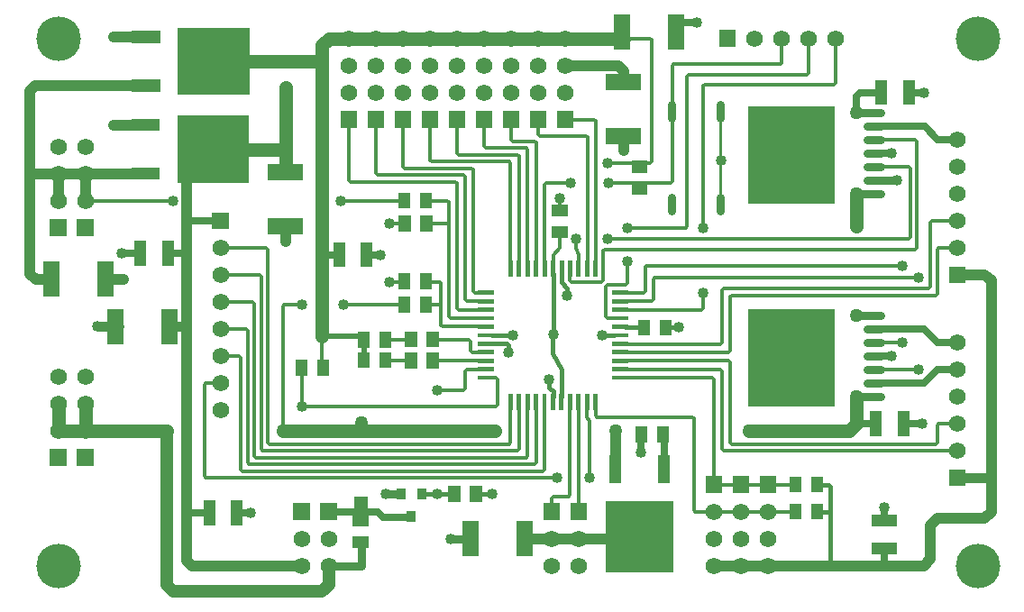
<source format=gbr>
G04 start of page 2 for group 0 idx 0 *
G04 Title: (unknown), component *
G04 Creator: pcb 20110918 *
G04 CreationDate: Sun 30 Sep 2012 06:14:18 PM GMT UTC *
G04 For: ggallant *
G04 Format: Gerber/RS-274X *
G04 PCB-Dimensions: 372500 225000 *
G04 PCB-Coordinate-Origin: lower left *
%MOIN*%
%FSLAX25Y25*%
%LNTOP*%
%ADD34C,0.0380*%
%ADD33C,0.1250*%
%ADD32C,0.1650*%
%ADD31R,0.0340X0.0340*%
%ADD30R,0.0600X0.0600*%
%ADD29R,0.3200X0.3200*%
%ADD28R,0.0430X0.0430*%
%ADD27R,0.0160X0.0160*%
%ADD26R,0.2480X0.2480*%
%ADD25R,0.0440X0.0440*%
%ADD24R,0.0450X0.0450*%
%ADD23C,0.0700*%
%ADD22C,0.0620*%
%ADD21C,0.0001*%
%ADD20C,0.0100*%
%ADD19C,0.0350*%
%ADD18C,0.0200*%
%ADD17C,0.0450*%
%ADD16C,0.0300*%
%ADD15C,0.0150*%
%ADD14C,0.0250*%
%ADD13C,0.0120*%
%ADD12C,0.0400*%
%ADD11C,0.0500*%
G54D11*X112500Y201500D02*X83500D01*
G54D12*X4500Y190500D02*X6500Y192500D01*
X35500Y178000D02*X44600D01*
X6500Y192500D02*X44100D01*
G54D11*X99000Y192000D02*Y169000D01*
X84500D02*X99000D01*
Y161000D02*Y169000D01*
G54D13*X142500Y162600D02*Y180000D01*
X152500Y165000D02*Y180000D01*
X143100Y162000D02*X142500Y162600D01*
X153000Y164500D02*X152500Y165000D01*
X122500Y157600D02*Y180000D01*
X133100Y159500D02*X132500Y160100D01*
Y180000D01*
X123100Y157000D02*X122500Y157600D01*
G54D12*X13000Y121000D02*X6900D01*
X4500Y123000D01*
Y190500D01*
G54D14*X38500Y130500D02*X45000D01*
G54D13*X75000Y132500D02*X91900D01*
G54D14*X62500Y130500D02*X55500D01*
G54D13*X89400Y122500D02*X90000Y121900D01*
X91900Y132500D02*X92500Y131900D01*
G54D12*X99000Y140500D02*Y135000D01*
G54D14*X75000Y142500D02*X62500D01*
G54D13*X57500Y150000D02*X25500D01*
G54D12*X43000Y160000D02*X5500D01*
X15000D02*Y150000D01*
X25000Y160000D02*Y150000D01*
G54D13*X256900Y84500D02*X224900D01*
X198100Y40500D02*X197500Y39900D01*
X204300Y41100D02*X203700Y40500D01*
X198100D01*
G54D12*X188000Y25000D02*X232500D01*
G54D15*X198000Y77500D02*Y79500D01*
G54D13*X213700Y70600D02*X214300Y70000D01*
X213700Y73300D02*Y70600D01*
X210600Y69700D02*Y73300D01*
X214300Y70000D02*X249400D01*
X211500Y47500D02*Y68500D01*
G54D14*X230500Y62600D02*Y57000D01*
G54D12*X221000Y65000D02*Y51500D01*
G54D13*X207400Y73300D02*Y34900D01*
X204300Y73300D02*Y41100D01*
X105000Y74000D02*X176900D01*
X211500Y68500D02*X210600Y69700D01*
G54D11*X98000Y65000D02*X176500D01*
G54D13*X93100Y60000D02*X181600D01*
X184800Y57500D02*X90600D01*
X88100Y55000D02*X188000D01*
X87500Y55600D02*X88100Y55000D01*
X155000Y80000D02*X164900D01*
X69600Y47500D02*X199500D01*
X194200Y50000D02*X83100D01*
X85600Y52500D02*X191000D01*
X194800Y50600D02*X194200Y50000D01*
X69000Y48100D02*X69600Y47500D01*
X191700Y53100D02*X191100Y52500D01*
X188600Y55600D02*X188000Y55000D01*
X185400Y58100D02*X184800Y57500D01*
X167500Y97900D02*Y94500D01*
X135000Y98400D02*X145500D01*
X167500Y94500D02*X168100Y93900D01*
X153000Y90800D02*X171100D01*
X153100Y98500D02*X166900D01*
X168100Y93900D02*X171100D01*
G54D15*X198000Y122700D02*Y100500D01*
X197900Y93600D02*Y100200D01*
G54D13*X216500Y120600D02*Y131400D01*
G54D15*X220500Y100200D02*X216100D01*
G54D13*X217500Y118200D02*X218100Y118800D01*
X216500Y120600D02*X215900Y120000D01*
X217500Y107100D02*Y118200D01*
G54D15*X181400Y96600D02*Y93900D01*
G54D13*X171100Y106500D02*X160100D01*
X159500Y107100D01*
X171100Y109600D02*X163100D01*
X162500Y110200D01*
X156500Y104000D02*X157100Y103400D01*
X171000D01*
X198000Y127100D02*Y129800D01*
X206500Y132500D02*Y136000D01*
X200500Y132600D02*Y138600D01*
X198000Y129800D02*X200500Y132600D01*
Y151000D02*Y146400D01*
X185400Y127100D02*Y166400D01*
X193100Y174000D02*X192500Y174600D01*
G54D15*X175500Y100200D02*X183500D01*
G54D13*X191700Y171400D02*X191100Y172000D01*
X192500Y174600D02*Y180000D01*
X233900Y164000D02*X218000D01*
X235000Y120900D02*X235600Y121500D01*
X159500Y141500D02*X151000D01*
X184800Y167000D02*X163000D01*
X165500Y158900D02*X164900Y159500D01*
X137500Y141500D02*X144000D01*
X156500Y111500D02*X151500D01*
X159500Y107100D02*Y149400D01*
X162500Y110200D02*Y156400D01*
X164900Y159500D02*X133100D01*
X234500Y164600D02*X233900Y164000D01*
X185400Y73300D02*Y58100D01*
X197500Y39900D02*Y35000D01*
X194800Y73300D02*Y50600D01*
X188600Y72700D02*Y55600D01*
X191700Y73300D02*Y53100D01*
X177500Y74600D02*X176900Y74000D01*
X177500Y83900D02*Y74600D01*
X175500Y84500D02*X176900D01*
X177500Y83900D01*
X182300Y60600D02*X181700Y60000D01*
X182300Y73300D02*Y60600D01*
X165500Y87000D02*X166100Y87600D01*
X165500Y80600D02*Y87000D01*
X164900Y80000D02*X165500Y80600D01*
X166100Y87600D02*X171000D01*
G54D16*X168000Y25000D02*X160000D01*
G54D15*X155000Y41500D02*X161000D01*
X175500D02*X169500D01*
X198000Y79500D02*X196500Y81000D01*
Y84000D01*
X201100Y87400D02*Y77600D01*
X197900Y93600D02*X201100Y87400D01*
G54D16*X127000Y15000D02*Y23500D01*
G54D14*X134500Y33500D02*X133000Y35000D01*
G54D17*X115000Y8000D02*Y15000D01*
G54D14*X133500Y34500D02*X134500Y33500D01*
X133000Y35000D02*X115000D01*
G54D16*Y15000D02*X127000D01*
G54D17*X112500Y5500D02*X57500D01*
X55000Y8000D01*
X115000D02*X112500Y5500D01*
G54D12*X105000Y15000D02*X64500D01*
X62500Y17000D01*
G54D14*X86000Y34500D02*X81000D01*
G54D11*X55000Y65000D02*X15000D01*
G54D13*X69000Y81900D02*Y48100D01*
G54D14*X62500Y34500D02*X70500D01*
G54D11*X25000Y75000D02*Y65000D01*
X15000Y75000D02*Y65000D01*
G54D13*X75000Y102500D02*X84400D01*
X75000Y122500D02*X89400D01*
X81900Y92500D02*X82500Y91900D01*
X75000Y112500D02*X86900D01*
X137500Y120000D02*X142500D01*
X119000Y111500D02*X142200D01*
G54D14*X112500Y130000D02*X119000D01*
X134000D02*X130000D01*
G54D12*X39000Y121000D02*X33000D01*
G54D13*X156500Y119500D02*X156000Y120000D01*
X156500Y119500D02*Y104000D01*
X145600Y90800D02*X134600D01*
G54D18*X128000Y90850D02*Y100000D01*
G54D13*X156000Y120000D02*X151500D01*
G54D14*X144600Y33000D02*X135000D01*
G54D16*X136000Y41500D02*X141500D01*
G54D15*X155000D02*X149000D01*
G54D13*X98000Y65000D02*Y111000D01*
X98500Y111500D01*
X105000Y74000D02*Y88500D01*
X98500Y111500D02*X105000D01*
X112500Y100000D02*Y88500D01*
G54D19*X60500Y103500D02*X55000D01*
G54D18*X128000Y100000D02*X112500D01*
G54D19*X37500Y103500D02*X29500D01*
G54D13*X85000Y101900D02*Y53100D01*
X90000Y58100D02*Y121900D01*
X92500Y131900D02*Y60600D01*
X87500Y111900D02*Y55600D01*
X90600Y57500D02*X90000Y58100D01*
X92500Y60600D02*X93100Y60000D01*
G54D14*X135000Y33000D02*X133500Y34500D01*
G54D12*X62500Y158000D02*Y17000D01*
G54D13*X75000Y82500D02*X69600D01*
X75000Y92500D02*X81900D01*
X69600Y82500D02*X69000Y81900D01*
G54D17*X55000Y8000D02*Y65000D01*
G54D13*X119500Y150000D02*X143000D01*
G54D11*X112500Y207500D02*Y100000D01*
G54D13*X84400Y102500D02*X85000Y101900D01*
X86900Y112500D02*X87500Y111900D01*
G54D11*X115000Y210000D02*X112500Y207500D01*
G54D12*X35500Y210500D02*X44600D01*
G54D11*X224000Y210000D02*X115000D01*
G54D13*X151500Y150000D02*X158900D01*
X159500Y149400D01*
X163000Y167000D02*X162500Y167500D01*
Y180000D01*
X234500Y209400D02*Y164600D01*
X181700Y164500D02*X153000D01*
X167900Y162000D02*X143100D01*
X162500Y156400D02*X161900Y157000D01*
X123100D01*
X83100Y50000D02*X82500Y50600D01*
Y91900D01*
X85000Y53100D02*X85600Y52500D01*
X263500Y60600D02*Y90200D01*
X259900Y87600D02*X260500Y87000D01*
X262900Y90800D02*X263500Y90200D01*
X260500Y87000D02*Y58100D01*
G54D14*X239000Y62600D02*Y50900D01*
G54D13*X260500Y58100D02*X261100Y57500D01*
X257500Y45000D02*Y83900D01*
X250000Y69400D02*Y35600D01*
X250600Y35000D02*X287500D01*
X250000Y35600D02*X250600Y35000D01*
G54D15*X299800Y45000D02*X297500D01*
X300500Y44300D02*X299800Y45000D01*
X300500Y44300D02*Y15000D01*
G54D14*X320500Y36500D02*Y33500D01*
G54D12*X335000Y15000D02*X257000D01*
G54D15*X297500Y35000D02*X300500D01*
G54D14*X320500Y15000D02*Y22000D01*
G54D12*X337500Y17500D02*X335000Y15000D01*
X337500Y30000D02*Y17500D01*
X357500Y32500D02*X360000Y35000D01*
X340000Y32500D02*X357500D01*
X340000D02*X337500Y30000D01*
G54D13*X249400Y70000D02*X250000Y69400D01*
X252900Y109600D02*X253500Y110200D01*
Y116000D01*
G54D11*X307500Y65000D02*X270500D01*
G54D13*X257500Y45000D02*X288000D01*
X263500Y60600D02*X264100Y60000D01*
X257500Y83900D02*X256900Y84500D01*
X261100Y57500D02*X347500D01*
X264100Y60000D02*X339400D01*
G54D19*X347500Y47500D02*X360000D01*
G54D12*Y35000D02*Y120500D01*
X357500Y122500D01*
G54D13*X339400Y60000D02*X340000Y60600D01*
Y66900D01*
X340600Y67500D01*
X327000Y97500D02*X317000D01*
G54D14*X340000Y87500D02*X335000Y82500D01*
X318000D01*
X335000Y102500D02*X317500D01*
G54D16*X310000Y107500D02*X315000D01*
G54D11*X310000Y77000D02*Y67500D01*
G54D13*X340600D02*X347500D01*
G54D16*X313500Y77500D02*X310000D01*
G54D11*Y67500D02*X307500Y65000D01*
G54D14*X312600Y67500D02*X317500D01*
G54D13*X204300Y120600D02*X204900Y120000D01*
X204300Y122700D02*Y120600D01*
X216500Y131400D02*X217100Y132000D01*
X207400Y127100D02*Y129800D01*
X204900Y120000D02*X215900D01*
X210700Y173400D02*Y127300D01*
X218100Y106500D02*X217500Y107100D01*
X232000Y125400D02*X232600Y126000D01*
X231400Y116000D02*X225000D01*
X220500Y106500D02*X218100D01*
X234400Y112800D02*X225000D01*
X235000Y113400D02*Y120900D01*
X218100Y118800D02*X224900D01*
X247500Y140500D02*X247000Y140000D01*
X225500D01*
X207400Y129800D02*X206500Y132500D01*
X232000Y116500D02*Y125400D01*
X233900Y210000D02*X234500Y209400D01*
X193100Y174000D02*X210100D01*
G54D12*X224000Y198000D02*X222000Y200000D01*
X224000Y193500D02*Y198000D01*
X222000Y200000D02*X203500D01*
G54D13*X202500Y180000D02*X213100D01*
X213700Y179400D02*Y127300D01*
X194800Y127200D02*Y155900D01*
G54D15*X203100Y117400D02*X201200Y120000D01*
G54D13*X194800Y155900D02*X195400Y156500D01*
X210100Y174000D02*X210700Y173400D01*
G54D12*X224000Y168500D02*Y175000D01*
G54D13*X213100Y180000D02*X213700Y179400D01*
X254100Y193000D02*X253500Y192400D01*
X301900Y193000D02*X254100D01*
X291900Y196500D02*X248100D01*
X282000Y200500D02*X282500Y201000D01*
X248100Y196500D02*X247500Y195900D01*
X241400Y156500D02*X218500D01*
X247500Y195900D02*Y140500D01*
X241400Y156500D02*X242000Y157100D01*
X253500Y192400D02*Y140000D01*
G54D20*X259900Y180500D02*Y151100D01*
G54D14*X251000Y216000D02*X243000D01*
G54D13*X165500Y113400D02*Y158900D01*
X173100Y169500D02*X172500Y170100D01*
X168500Y116500D02*Y161400D01*
X169100Y115900D02*X168500Y116500D01*
Y161400D02*X167900Y162000D01*
X195400Y156500D02*X204500D01*
X191700Y127100D02*Y171400D01*
G54D15*X201200Y122600D02*Y120000D01*
X203100Y115100D02*Y117400D01*
X180700Y97100D02*X181400Y96600D01*
G54D13*X171100Y112800D02*X166100D01*
X165500Y113400D01*
X171100Y115900D02*X169100D01*
G54D15*X175500Y97100D02*X180700D01*
G54D13*X166900Y98500D02*X167500Y97900D01*
X188600Y127600D02*Y168900D01*
X182300Y163900D02*X181700Y164500D01*
X182300Y127600D02*Y163900D01*
X172500Y170100D02*Y180000D01*
X188000Y169500D02*X173100D01*
X188600Y168900D02*X188000Y169500D01*
X185400Y166400D02*X184800Y167000D01*
X183100Y172000D02*X182500Y172600D01*
Y180000D01*
X191100Y172000D02*X183100D01*
X224900Y94000D02*X262900D01*
X224900Y97000D02*X259900D01*
X225000Y109600D02*X252900D01*
G54D14*X317300Y92500D02*X323000D01*
G54D13*X333000Y87500D02*X317000D01*
G54D14*X340000Y97500D02*X335000Y102500D01*
G54D13*X264000Y115000D02*X339400D01*
X231400Y116000D02*X232000Y116500D01*
X263500Y94600D02*Y114500D01*
X234400Y112800D02*X235000Y113400D01*
X263500Y114500D02*X264000Y115000D01*
X259900Y97000D02*X260500Y97600D01*
G54D15*X243900Y103300D02*X239300D01*
G54D13*X262900Y94000D02*X263500Y94600D01*
X340000Y115600D02*X339400Y115000D01*
G54D14*X310000Y182500D02*Y188500D01*
G54D16*Y182500D02*X314500D01*
G54D14*X311500Y190000D02*X318500D01*
G54D13*X302500Y193600D02*Y210000D01*
Y193600D02*X301900Y193000D01*
G54D14*X310000Y188500D02*X311500Y190000D01*
G54D13*X292500Y210000D02*Y197100D01*
X282500Y210000D02*Y201000D01*
X225500Y210000D02*X233900D01*
X292500Y197100D02*X291900Y196500D01*
X242000Y157100D02*Y199900D01*
X242600Y200500D01*
X282000D01*
G54D16*X309900Y152500D02*X314400D01*
G54D13*X331900Y132000D02*X217100D01*
X232600Y126000D02*X327000D01*
X235600Y121500D02*X333000D01*
X218000Y136000D02*X329400D01*
X224900Y87600D02*X259900D01*
X224900Y90800D02*X262900D01*
X224900Y118800D02*X225500Y119400D01*
G54D15*X224900Y103300D02*X231500D01*
G54D13*X225500Y119400D02*Y127500D01*
X331900Y132000D02*X332500Y132600D01*
G54D14*X347500Y172500D02*X340000D01*
X335500Y177500D01*
G54D13*X332500Y171900D02*X331900Y172500D01*
X330000Y136600D02*X329400Y136000D01*
X332500Y132600D02*Y171900D01*
X330000Y161900D02*Y136600D01*
Y161900D02*X329400Y162500D01*
X337500Y118100D02*Y141900D01*
X340000Y131900D02*X340600Y132500D01*
X340000Y131900D02*Y115600D01*
X337500Y141900D02*X338100Y142500D01*
X347500D01*
X340600Y132500D02*X347500D01*
G54D12*Y122500D02*X357500D01*
G54D16*X317300Y157500D02*X325000D01*
G54D13*X329400Y162500D02*X317500D01*
X331900Y172500D02*X317000D01*
G54D11*X310000Y151900D02*Y140500D01*
G54D14*X317300Y167500D02*X323000D01*
X335500Y177500D02*X317500D01*
X329500Y190000D02*X335000D01*
X327600Y67500D02*X334500D01*
G54D13*X336900Y117500D02*X337500Y118100D01*
X261000Y117500D02*X336900D01*
X260500Y97600D02*Y117000D01*
X261000Y117500D01*
G54D14*X347500Y87500D02*X340000D01*
X348000Y97500D02*X340000D01*
G54D21*G36*
X344400Y50600D02*Y44400D01*
X350600D01*
Y50600D01*
X344400D01*
G37*
G54D22*X347500Y57500D03*
Y67500D03*
Y77500D03*
Y87500D03*
Y97500D03*
G54D21*G36*
X264400Y48100D02*Y41900D01*
X270600D01*
Y48100D01*
X264400D01*
G37*
G36*
X274400D02*Y41900D01*
X280600D01*
Y48100D01*
X274400D01*
G37*
G54D22*X277500Y35000D03*
X267500D03*
Y25000D03*
Y15000D03*
X277500Y25000D03*
Y15000D03*
G54D21*G36*
X254400Y48100D02*Y41900D01*
X260600D01*
Y48100D01*
X254400D01*
G37*
G54D22*X257500Y35000D03*
Y25000D03*
Y15000D03*
G54D21*G36*
X344400Y125600D02*Y119400D01*
X350600D01*
Y125600D01*
X344400D01*
G37*
G54D22*X347500Y132500D03*
Y142500D03*
Y152500D03*
Y162500D03*
Y172500D03*
G54D21*G36*
X259400Y213100D02*Y206900D01*
X265600D01*
Y213100D01*
X259400D01*
G37*
G54D22*X272500Y210000D03*
X282500D03*
X292500D03*
X302500D03*
G54D23*X63500Y192500D03*
X72500D03*
X81500D03*
X63500Y201500D03*
X72500D03*
X81500D03*
X63500Y210500D03*
X72500D03*
X81500D03*
X63300Y178000D03*
X72300D03*
X81300D03*
G54D22*X75000Y82500D03*
Y72500D03*
G54D21*G36*
X21900Y58100D02*Y51900D01*
X28100D01*
Y58100D01*
X21900D01*
G37*
G36*
X11900D02*Y51900D01*
X18100D01*
Y58100D01*
X11900D01*
G37*
G54D22*X25000Y65000D03*
X15000D03*
Y75000D03*
Y85000D03*
X75000Y122500D03*
Y112500D03*
Y102500D03*
Y92500D03*
X25000Y75000D03*
Y85000D03*
G54D21*G36*
X71900Y145600D02*Y139400D01*
X78100D01*
Y145600D01*
X71900D01*
G37*
G54D22*X75000Y132500D03*
G54D23*X63300Y160000D03*
X72300D03*
X81300D03*
Y169000D03*
X63300D03*
X72300D03*
G54D21*G36*
X21900Y143100D02*Y136900D01*
X28100D01*
Y143100D01*
X21900D01*
G37*
G54D22*X25000Y150000D03*
G54D21*G36*
X11900Y143100D02*Y136900D01*
X18100D01*
Y143100D01*
X11900D01*
G37*
G54D22*X15000Y150000D03*
X25000Y160000D03*
Y170000D03*
X15000Y160000D03*
Y170000D03*
G54D21*G36*
X111900Y38100D02*Y31900D01*
X118100D01*
Y38100D01*
X111900D01*
G37*
G36*
X124500Y40500D02*Y35500D01*
X129500D01*
Y40500D01*
X124500D01*
G37*
G54D11*X127000Y68000D03*
G54D22*X115000Y25000D03*
G54D21*G36*
X101900Y38100D02*Y31900D01*
X108100D01*
Y38100D01*
X101900D01*
G37*
G54D22*X105000Y25000D03*
X115000Y15000D03*
X105000D03*
G54D21*G36*
X204400Y38100D02*Y31900D01*
X210600D01*
Y38100D01*
X204400D01*
G37*
G54D23*X221000Y34800D03*
X230000D03*
X239000D03*
G54D21*G36*
X194400Y38100D02*Y31900D01*
X200600D01*
Y38100D01*
X194400D01*
G37*
G54D22*X207500Y25000D03*
G54D23*X221000Y25800D03*
X230000D03*
X239000D03*
G54D22*X197500Y25000D03*
X207500Y15000D03*
G54D23*X221000Y16800D03*
X230000D03*
X239000D03*
G54D22*X197500Y15000D03*
G54D21*G36*
X119400Y183100D02*Y176900D01*
X125600D01*
Y183100D01*
X119400D01*
G37*
G36*
X129400D02*Y176900D01*
X135600D01*
Y183100D01*
X129400D01*
G37*
G54D22*X132500Y190000D03*
X122500D03*
Y200000D03*
Y210000D03*
X132500Y200000D03*
Y210000D03*
X152500Y200000D03*
Y210000D03*
X142500Y200000D03*
Y210000D03*
X162500Y200000D03*
Y210000D03*
G54D21*G36*
X149400Y183100D02*Y176900D01*
X155600D01*
Y183100D01*
X149400D01*
G37*
G54D22*X152500Y190000D03*
G54D21*G36*
X139400Y183100D02*Y176900D01*
X145600D01*
Y183100D01*
X139400D01*
G37*
G54D22*X142500Y190000D03*
G54D21*G36*
X159400Y183100D02*Y176900D01*
X165600D01*
Y183100D01*
X159400D01*
G37*
G36*
X179400D02*Y176900D01*
X185600D01*
Y183100D01*
X179400D01*
G37*
G36*
X189400D02*Y176900D01*
X195600D01*
Y183100D01*
X189400D01*
G37*
G54D22*X162500Y190000D03*
X172500D03*
G54D21*G36*
X169400Y183100D02*Y176900D01*
X175600D01*
Y183100D01*
X169400D01*
G37*
G54D22*X172500Y200000D03*
Y210000D03*
X182500Y190000D03*
Y200000D03*
Y210000D03*
X192500Y190000D03*
Y200000D03*
Y210000D03*
G54D21*G36*
X199400Y183100D02*Y176900D01*
X205600D01*
Y183100D01*
X199400D01*
G37*
G54D22*X202500Y190000D03*
Y200000D03*
Y210000D03*
G54D24*X230600Y64200D02*Y62800D01*
X238600Y64200D02*Y62800D01*
G54D25*X239000Y53800D02*Y47800D01*
X221000Y53800D02*Y47800D01*
G54D26*X230000Y26600D02*Y25000D01*
G54D24*X295600Y45700D02*Y44300D01*
X231600Y103700D02*Y102300D01*
X239600Y103700D02*Y102300D01*
G54D27*X220500Y84500D02*X224900D01*
X220500Y87600D02*X224900D01*
X220500Y90800D02*X224900D01*
X220500Y93900D02*X224900D01*
X220500Y97000D02*X224900D01*
X220500Y100200D02*X224900D01*
X220500Y103300D02*X224900D01*
X220500Y106500D02*X224900D01*
X220500Y109600D02*X224900D01*
X191700Y77700D02*Y73300D01*
X194800Y77700D02*Y73300D01*
X198000Y77700D02*Y73300D01*
X201100Y77700D02*Y73300D01*
X204300Y77700D02*Y73300D01*
X207400Y77700D02*Y73300D01*
X210600Y77700D02*Y73300D01*
X213700Y77700D02*Y73300D01*
G54D24*X145500Y99400D02*Y98000D01*
X153500Y99400D02*Y98000D01*
X145500Y91500D02*Y90100D01*
X153500Y91500D02*Y90100D01*
X135900Y99200D02*Y97800D01*
X127900Y99200D02*Y97800D01*
X135900Y91700D02*Y90300D01*
X127900Y91700D02*Y90300D01*
X105000Y89000D02*Y87600D01*
X113000Y89000D02*Y87600D01*
G54D28*X317400Y69900D02*Y65100D01*
X327600Y69900D02*Y65100D01*
X318100Y21400D02*X322900D01*
X318100Y31600D02*X322900D01*
G54D16*X314000Y77500D02*X319000D01*
X314000Y82500D02*X319000D01*
X314000Y87500D02*X319000D01*
X314000Y92500D02*X319000D01*
X314000Y97500D02*X319000D01*
X314000Y102500D02*X319000D01*
X314000Y107500D02*X319000D01*
G54D29*X286000Y94000D02*Y90000D01*
G54D24*X287600Y45700D02*Y44300D01*
Y35700D02*Y34300D01*
X295600Y35700D02*Y34300D01*
G54D30*X187500Y28500D02*Y21500D01*
X167500Y28500D02*Y21500D01*
G54D28*X70900Y36900D02*Y32100D01*
X81100Y36900D02*Y32100D01*
G54D24*X126100Y23700D02*X127500D01*
X126100Y31700D02*X127500D01*
X169400Y42200D02*Y40800D01*
X161400Y42200D02*Y40800D01*
G54D31*X149500Y41800D02*Y41200D01*
X141700Y41800D02*Y41200D01*
X145600Y33600D02*Y33000D01*
G54D30*X223500Y216000D02*Y209000D01*
X220500Y194000D02*X227500D01*
X220500Y174000D02*X227500D01*
G54D24*X229300Y154600D02*X230700D01*
X229300Y162600D02*X230700D01*
G54D27*X220500Y112800D02*X224900D01*
X220500Y115900D02*X224900D01*
X213700Y127100D02*Y122700D01*
X210600Y127100D02*Y122700D01*
X207400Y127100D02*Y122700D01*
X204300Y127100D02*Y122700D01*
X201200Y127100D02*Y122700D01*
G54D16*X259900Y185500D02*Y180500D01*
X241900Y185500D02*Y180500D01*
Y151100D02*Y146100D01*
X259900Y151100D02*Y146100D01*
G54D30*X243500Y216000D02*Y209000D01*
G54D28*X319400Y192400D02*Y187600D01*
X329600Y192400D02*Y187600D01*
G54D16*X314000Y152500D02*X319000D01*
X314000Y157500D02*X319000D01*
X314000Y162500D02*X319000D01*
X314000Y167500D02*X319000D01*
X314000Y172500D02*X319000D01*
X314000Y177500D02*X319000D01*
X314000Y182500D02*X319000D01*
G54D29*X286000Y169000D02*Y165000D01*
G54D24*X143100Y142200D02*Y140800D01*
X151100Y142200D02*Y140800D01*
X199800Y138400D02*X201200D01*
X150900Y150700D02*Y149300D01*
X142900Y150700D02*Y149300D01*
X199800Y146400D02*X201200D01*
G54D27*X198000Y127100D02*Y122700D01*
X194900Y127100D02*Y122700D01*
X191700Y127100D02*Y122700D01*
X188600Y127100D02*Y122700D01*
X185400Y127100D02*Y122700D01*
X182300Y127100D02*Y122700D01*
X171100Y115900D02*X175500D01*
G54D24*X142900Y120900D02*Y119500D01*
G54D28*X118900Y132400D02*Y127600D01*
X129100Y132400D02*Y127600D01*
G54D24*X150900Y120900D02*Y119500D01*
Y112200D02*Y110800D01*
X142900Y112200D02*Y110800D01*
G54D27*X171100Y112800D02*X175500D01*
X171100Y109600D02*X175500D01*
X171100Y106500D02*X175500D01*
X171100Y103400D02*X175500D01*
X171100Y100200D02*X175500D01*
X171100Y97100D02*X175500D01*
X171100Y93900D02*X175500D01*
X171100Y90800D02*X175500D01*
X171100Y87600D02*X175500D01*
X171100Y84500D02*X175500D01*
X182300Y77700D02*Y73300D01*
X185400Y77700D02*Y73300D01*
X188600Y77700D02*Y73300D01*
G54D25*X44500Y210500D02*X50500D01*
X44500Y192500D02*X50500D01*
G54D26*X71700Y201500D02*X73300D01*
G54D25*X44300Y178000D02*X50300D01*
X44300Y160000D02*X50300D01*
G54D30*X95500Y160500D02*X102500D01*
X95500Y140500D02*X102500D01*
G54D26*X71500Y169000D02*X73100D01*
G54D30*X56000Y107000D02*Y100000D01*
X36000Y107000D02*Y100000D01*
G54D28*X55600Y132900D02*Y128100D01*
X45400Y132900D02*Y128100D01*
G54D30*X12500Y124500D02*Y117500D01*
X32500Y124500D02*Y117500D01*
G54D32*X15000Y210000D03*
G54D12*X40000Y178000D03*
Y210500D03*
X35500Y178000D03*
Y210500D03*
X57500Y150000D03*
X99000Y187000D03*
Y192000D03*
G54D32*X355000Y210000D03*
G54D12*X335000Y190000D03*
G54D32*X355000Y15000D03*
G54D11*X310000Y77500D03*
G54D12*X320500Y15000D03*
Y36500D03*
X334500Y67500D03*
G54D11*X310000Y107500D03*
G54D12*X225500Y127500D03*
X253500Y116000D03*
X244400Y103300D03*
X253500Y140000D03*
X225500D03*
X206500Y136000D03*
X218000D03*
G54D11*X176500Y65000D03*
G54D12*X155000Y80000D03*
X199500Y47500D03*
X155000Y41500D03*
X160000Y25000D03*
X175500Y41500D03*
X198000Y100500D03*
X196500Y84000D03*
X216100Y100200D03*
X181500Y93900D03*
X203000Y115000D03*
X183300Y100300D03*
X218000Y164000D03*
X218500Y156500D03*
X204500D03*
X260000Y165000D03*
X200500Y151000D03*
X224000Y168500D03*
G54D11*X221000Y65000D03*
X270500D03*
G54D12*X211500Y47500D03*
X230500Y57000D03*
X282500Y80000D03*
X292500D03*
G54D32*X15000Y15000D03*
G54D11*X98000Y65000D03*
G54D12*X29500Y103500D03*
X86000Y34500D03*
G54D11*X55000Y65000D03*
X47500D03*
G54D12*X105000Y74000D03*
X112500Y100500D03*
X105000Y111500D03*
X136000Y41500D03*
X120500Y111500D03*
X119500Y150000D03*
X39000Y121000D03*
X38500Y130500D03*
X62500D03*
X134000Y130000D03*
X99000Y135000D03*
X137500Y120000D03*
Y141500D03*
X282500Y180000D03*
X251000Y216000D03*
X292500Y180000D03*
X333000Y87500D03*
X327000Y126000D03*
X333000Y121500D03*
X327000Y97500D03*
X282500Y105000D03*
X292500D03*
X323000Y92500D03*
X292500D03*
X282500D03*
G54D11*X310000Y182500D03*
Y140500D03*
Y152500D03*
G54D12*X325000Y157500D03*
X323000Y167500D03*
X282500Y155000D03*
X292500Y167500D03*
X282500D03*
X292500Y155000D03*
G54D33*G54D18*G54D33*G54D18*G54D33*G54D16*G54D18*G54D16*G54D18*G54D16*G54D18*G54D16*G54D18*G54D33*G54D16*G54D18*G54D16*G54D18*G54D16*G54D18*G54D34*G54D18*G54D34*G54D18*G54D34*G54D18*G54D34*G54D18*G54D34*G54D18*G54D34*G54D18*G54D34*M02*

</source>
